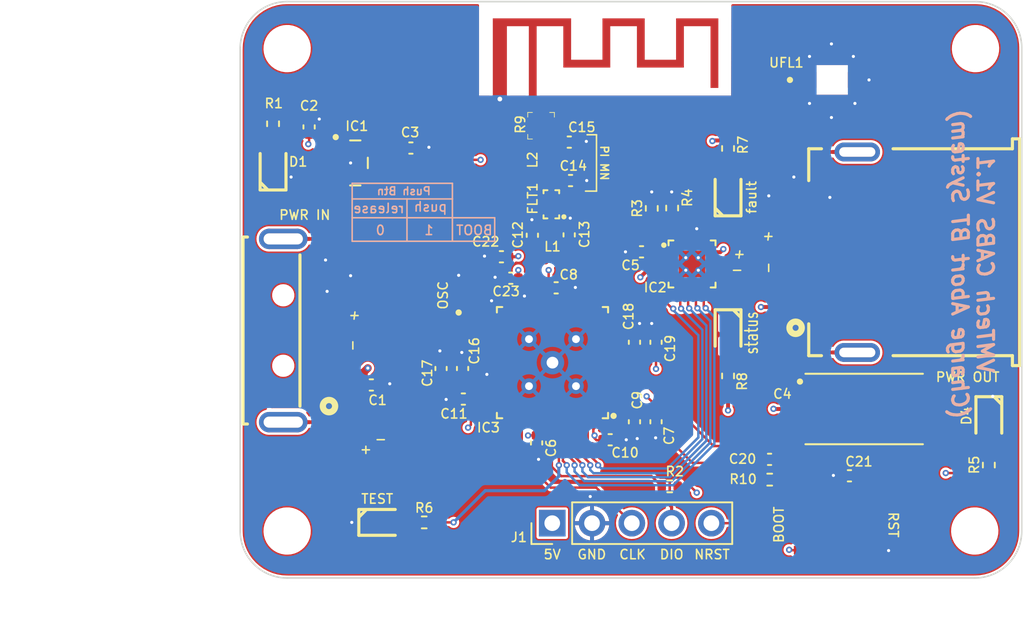
<source format=kicad_pcb>
(kicad_pcb (version 20211014) (generator pcbnew)
  (layers (0 "F.Cu" signal) (1 "In1.Cu" power "GND") (2 "In2.Cu" power "PWR") (31 "B.Cu" signal) (34 "B.Paste" user) (35 "F.Paste" user) (36 "B.SilkS" user "B.Silkscreen") (37 "F.SilkS" user "F.Silkscreen") (38 "B.Mask" user) (39 "F.Mask" user) (44 "Edge.Cuts" user))
  (net 0 "")
  (net 1 "GND")
  (net 2 "+5V")
  (net 3 "+3.3V")
  (net 4 "/PWR_CTR_OUT")
  (net 5 "/NRST")
  (net 6 "/{slash}FAULT")
  (net 7 "/{slash}STATUS")
  (net 8 "/RF")
  (net 9 "/OSC_OUT")
  (net 10 "/OSC_IN")
  (net 11 "/ILIM_SEL")
  (net 12 "/D-")
  (net 13 "/D+")
  (net 14 "/SWDIO")
  (net 15 "/SWCLK")
  (net 16 "/CTL3")
  (net 17 "/CTL2")
  (net 18 "/CTL1")
  (net 19 "/EN")
  (net 20 "/ILIM_HI")
  (net 21 "/ILIM_LO")
  (net 22 "/USB_IN_+")
  (net 23 "/USB_IN_-")
  (net 24 "Net-(D1-Pad2)")
  (net 25 "Net-(D3-Pad2)")
  (net 26 "Net-(D4-Pad2)")
  (net 27 "Net-(D5-Pad2)")
  (net 31 "/LED_TEST")
  (net 53 "/IN_UFL_CON")
  (net 54 "/ANT")
  (net 55 "/MATCH_NET_IN")
  (net 56 "/MATCH_NET_OUT")
  (net 57 "/BOOT0")
  (net 58 "Net-(D2-Pad2)")
  (net 59 "Net-(C13-Pad1)")
  (footprint "Capacitor_SMD:C_0402_1005Metric" (layer "F.Cu") (at 85.625 65.975 180)
    (fp_text reference "C5")
    (fp_text value "0.1u")
  )
  (footprint "Inductor_SMD:L_0402_1005Metric" (layer "F.Cu") (at 79.498 60.19 90)
    (fp_text reference "L2")
    (fp_text value "L" hide)
  )
  (footprint "Capacitor_SMD:C_0402_1005Metric" (layer "F.Cu") (at 77.28 67.66)
    (fp_text reference "C23")
    (fp_text value "100p")
  )
  (footprint "Resistor_SMD:R_0402_1005Metric" (layer "F.Cu") (at 87.58 63.18 -90)
    (fp_text reference "R4")
    (fp_text value "80.6k")
  )
  (footprint "MountingHole:MountingHole_2.7mm_M2.5_ISO14580" (layer "F.Cu") (at 107 82)
    (fp_text reference "H3" hide)
    (fp_text value "MountingHole" hide)
  )
  (footprint "FootprintInternet:KXT311LHS" (layer "F.Cu") (at 100.1 83.4 90)
    (fp_text reference "SW2" hide)
    (fp_text value "RST")
  )
  (footprint "RF_Antenna:Texas_SWRA117D_2.4GHz_Right" (layer "F.Cu") (at 78.68 56.22)
    (fp_text reference "AE1" hide)
    (fp_text value "Antenna_Shield" hide)
  )
  (footprint "Capacitor_SMD:C_0402_1005Metric" (layer "F.Cu") (at 70.9 59.35)
    (fp_text reference "C3")
    (fp_text value "1u")
  )
  (footprint "Capacitor_SMD:C_0402_1005Metric" (layer "F.Cu") (at 64.4 58 90)
    (fp_text reference "C2")
    (fp_text value "1u")
  )
  (footprint "Capacitor_SMD:C_0402_1005Metric" (layer "F.Cu") (at 74.2 73.425 -90)
    (fp_text reference "C16")
    (fp_text value "4.7u")
  )
  (footprint "Resistor_SMD:R_0402_1005Metric" (layer "F.Cu") (at 107.8 79.59 -90)
    (fp_text reference "R5")
    (fp_text value "270")
  )
  (footprint "FootprintInternet:LEDC1608X80N" (layer "F.Cu") (at 91.15 71.25 -90)
    (fp_text reference "D3" hide)
    (fp_text value "status")
  )
  (footprint "Capacitor_SMD:C_0402_1005Metric" (layer "F.Cu") (at 85.175 76.825 90)
    (fp_text reference "C9")
    (fp_text value "0.1u")
  )
  (footprint "FootprintInternet:SOT95P280X145-5N" (layer "F.Cu") (at 67.35 60.3)
    (fp_text reference "IC1")
    (fp_text value "TLV74333PDBVR" hide)
  )
  (footprint "FootprintInternet:QFN50P300X300X80-17N" (layer "F.Cu") (at 88.85 66.75)
    (fp_text reference "IC2")
    (fp_text value "TPS2547RTER" hide)
  )
  (footprint "FootprintInternet:QFN50P700X700X60-49N" (layer "F.Cu") (at 79.94 73.05 180)
    (property "Value" "")
    (fp_text reference "IC3")
    (fp_text value "STM32WB55CCU7" hide)
  )
  (footprint "Capacitor_SMD:C_0402_1005Metric" (layer "F.Cu") (at 74.25 75.375)
    (fp_text reference "C11")
    (fp_text value "0.1u")
  )
  (footprint "FootprintInternet:XTAL_ECS-320-8-37-CKM-TR3" (layer "F.Cu") (at 74.65 68.65)
    (fp_text reference "Y1" hide)
    (fp_text value "OSC")
  )
  (footprint "Capacitor_SMD:C_0402_1005Metric" (layer "F.Cu") (at 81.093 61.425)
    (fp_text reference "C14")
    (fp_text value "1u" hide)
  )
  (footprint "Resistor_SMD:R_0402_1005Metric" (layer "F.Cu") (at 62.1 57.8 90)
    (fp_text reference "R1")
    (fp_text value "270" hide)
  )
  (footprint "FootprintInternet:CAPPM7343X310N" (layer "F.Cu") (at 99.84 76.01)
    (fp_text reference "C4")
    (fp_text value "150u")
  )
  (footprint "Resistor_SMD:R_0402_1005Metric" (layer "F.Cu") (at 71.75 83.25)
    (fp_text reference "R6")
    (fp_text value "270" hide)
  )
  (footprint "Resistor_SMD:R_0402_1005Metric" (layer "F.Cu") (at 91.15 59.375 -90)
    (fp_text reference "R7")
    (fp_text value "2k")
  )
  (footprint "FootprintInternet:GCT_USB1046-XX-XXXX-X-B-X_REVB" (layer "F.Cu") (at 99.4 66 90)
    (fp_text reference "USB-F1" hide)
    (fp_text value "USB1046-GF-0190-L-B-A" hide)
    (fp_line (start 6.1 -0.85) (end 6.1 0.85) (layer "Edge.Cuts") (width 0.01))
    (fp_line (start 6.7 -0.85) (end 6.7 0.85) (layer "Edge.Cuts") (width 0.01))
    (fp_line (start -6.7 0.85) (end -6.7 -0.85) (layer "Edge.Cuts") (width 0.01))
    (fp_line (start -6.1 -0.85) (end -6.1 0.85) (layer "Edge.Cuts") (width 0.01))
    (fp_arc (start 6.4 -1.15) (mid 6.612132 -1.062132) (end 6.7 -0.85) (layer "Edge.Cuts") (width 0.01))
    (fp_arc (start -6.4 -1.15) (mid -6.187868 -1.062132) (end -6.1 -0.85) (layer "Edge.Cuts") (width 0.01))
    (fp_arc (start -6.7 -0.85) (mid -6.612132 -1.062132) (end -6.4 -1.15) (layer "Edge.Cuts") (width 0.01))
    (fp_arc (start 6.7 0.85) (mid 6.612132 1.062132) (end 6.4 1.15) (layer "Edge.Cuts") (width 0.01))
    (fp_arc (start -6.4 1.15) (mid -6.612132 1.062132) (end -6.7 0.85) (layer "Edge.Cuts") (width 0.01))
    (fp_arc (start -6.1 0.85) (mid -6.187868 1.062132) (end -6.4 1.15) (layer "Edge.Cuts") (width 0.01))
    (fp_arc (start 6.1 -0.85) (mid 6.187868 -1.062132) (end 6.4 -1.15) (layer "Edge.Cuts") (width 0.01))
    (fp_arc (start 6.4 1.15) (mid 6.187868 1.062132) (end 6.1 0.85) (layer "Edge.Cuts") (width 0.01))
  )
  (footprint "Capacitor_SMD:C_0402_1005Metric" (layer "F.Cu") (at 85.175 71.75 -90)
    (fp_text reference "C18")
    (fp_text value "1u")
  )
  (footprint "Inductor_SMD:L_0402_1005Metric" (layer "F.Cu") (at 79.87 66.453)
    (fp_text reference "L1")
    (fp_text value "2.7n")
  )
  (footprint "Capacitor_SMD:C_0402_1005Metric" (layer "F.Cu") (at 80.175 68.275 180)
    (fp_text reference "C8")
    (fp_text value "0.1u")
  )
  (footprint "Capacitor_SMD:C_0402_1005Metric" (layer "F.Cu") (at 76.68 66.29)
    (fp_text reference "C22")
    (fp_text value "0.1u")
  )
  (footprint "Resistor_SMD:R_0402_1005Metric" (layer "F.Cu") (at 93.81 80.52 180)
    (fp_text reference "R10")
    (fp_text value "10K")
  )
  (footprint "FootprintInternet:SELECTOR" (layer "F.Cu") (at 78.75 57.925 90)
    (fp_text reference "R9")
    (fp_text value "3_PIN_RES")
  )
  (footprint "Capacitor_SMD:C_0402_1005Metric" (layer "F.Cu") (at 81.013 58.97)
    (fp_text reference "C15")
    (fp_text value "1u")
  )
  (footprint "MountingHole:MountingHole_2.7mm_M2.5_ISO14580" (layer "F.Cu") (at 63 83.8)
    (fp_text reference "H4" hide)
    (fp_text value "MountingHole" hide)
  )
  (footprint "Capacitor_SMD:C_0402_1005Metric" (layer "F.Cu") (at 83.625 77.975 180)
    (fp_text reference "C10")
    (fp_text value "0.1u")
  )
  (footprint "Capacitor_SMD:C_0402_1005Metric" (layer "F.Cu") (at 98.9 80.275 180)
    (fp_text reference "C21")
    (fp_text value "0.1u" hide)
  )
  (footprint "FootprintInternet:LINX_CONMHF1-SMD-G-T" (layer "F.Cu") (at 97.8 55 90)
    (fp_text reference "UFL1")
    (fp_text value "UFL_CONNECTOR" hide)
  )
  (footprint "Resistor_SMD:R_0402_1005Metric" (layer "F.Cu") (at 87.425 80.95)
    (fp_text reference "R2")
    (fp_text value "100K" hide)
  )
  (footprint "Resistor_SMD:R_0402_1005Metric" (layer "F.Cu") (at 86.28 63.2 -90)
    (fp_text reference "R3")
    (fp_text value "16.9k")
  )
  (footprint "FootprintInternet:GCT_USB1061-XX-X-X_REVA" (layer "F.Cu") (at 62.75 71 -90)
    (fp_text reference "USB-M1" hide)
    (fp_text value "USB_A" hide)
    (fp_line (start -5.5 -0.9) (end -5.5 0.9) (layer "Edge.Cuts") (width 0.01))
    (fp_line (start -6.2 0.9) (end -6.2 -0.9) (layer "Edge.Cuts") (width 0.01))
    (fp_line (start 6.2 -0.9) (end 6.2 0.9) (layer "Edge.Cuts") (width 0.01))
    (fp_line (start 5.5 0.9) (end 5.5 -0.9) (layer "Edge.Cuts") (width 0.01))
    (fp_arc (start -5.85 1.25) (mid -6.097487 1.147487) (end -6.2 0.9) (layer "Edge.Cuts") (width 0.01))
    (fp_arc (start 6.2 0.9) (mid 6.097487 1.147487) (end 5.85 1.25) (layer "Edge.Cuts") (width 0.01))
    (fp_arc (start 5.85 1.25) (mid 5.602513 1.147487) (end 5.5 0.9) (layer "Edge.Cuts") (width 0.01))
    (fp_arc (start -5.85 -1.25) (mid -5.602513 -1.147487) (end -5.5 -0.9) (layer "Edge.Cuts") (width 0.01))
    (fp_arc (start 5.85 -1.25) (mid 6.097487 -1.147487) (end 6.2 -0.9) (layer "Edge.Cuts") (width 0.01))
    (fp_arc (start 5.5 -0.9) (mid 5.602513 -1.147487) (end 5.85 -1.25) (layer "Edge.Cuts") (width 0.01))
    (fp_arc (start -5.5 0.9) (mid -5.602513 1.147487) (end -5.85 1.25) (layer "Edge.Cuts") (width 0.01))
    (fp_arc (start -6.2 -0.9) (mid -6.097487 -1.147487) (end -5.85 -1.25) (layer "Edge.Cuts") (width 0.01))
  )
  (footprint "Capacitor_SMD:C_0402_1005Metric" (layer "F.Cu") (at 78.925 78.175 -90)
    (fp_text reference "C6")
    (fp_text value "0.1u")
  )
  (footprint "FootprintInternet:LEDC1608X80N" (layer "F.Cu") (at 69.15 83.25)
    (fp_text reference "D5" hide)
    (fp_text value "TEST")
  )
  (footprint "FootprintInternet:DEA160915LT-1169" (layer "F.Cu") (at 79.8685 62.94 90)
    (fp_text reference "FLT1")
    (fp_text value "DLF162500LT-5028A1")
  )
  (footprint "Connector_PinHeader_2.54mm:PinHeader_1x05_P2.54mm_Vertical" (layer "F.Cu") (at 79.925 83.3 90)
    (fp_text reference "J1")
    (fp_text value "Conn_01x05_Male")
  )
  (footprint "Capacitor_SMD:C_0402_1005Metric" (layer "F.Cu") (at 93.8 79.225)
    (fp_text reference "C20")
    (fp_text value "0.1u" hide)
  )
  (footprint "FootprintInternet:LEDC1608X80N" (layer "F.Cu") (at 91.15 62.1 90)
    (fp_text reference "D2" hide)
    (fp_text value "fault")
  )
  (footprint "Capacitor_SMD:C_0402_1005Metric" (layer "F.Cu") (at 81.005 64.893 90)
    (fp_text reference "C13")
    (fp_text value "0.3p" hide)
  )
  (footprint "Capacitor_SMD:C_0402_1005Metric" (layer "F.Cu") (at 72.825 73.425 -90)
    (fp_text reference "C17")
    (fp_text value "0.1u")
  )
  (footprint "Capacitor_SMD:C_0402_1005Metric" (layer "F.Cu") (at 78.655 64.9168 90)
    (fp_text reference "C12")
    (fp_text value "0.8p")
  )
  (footprint "Capacitor_SMD:C_0402_1005Metric" (layer "F.Cu") (at 86.55 76.825 90)
    (fp_text reference "C7")
    (fp_text value "4.7u")
  )
  (footprint "MountingHole:MountingHole_2.7mm_M2.5_ISO14580" (layer "F.Cu") (at 107 61)
    (fp_text reference "H2" hide)
    (fp_text value "MountingHole" hide)
  )
  (footprint "Capacitor_SMD:C_0402_1005Metric" (layer "F.Cu") (at 86.55 71.75 -90)
    (fp_text reference "C19")
    (fp_text value "10n")
  )
  (footprint "MountingHole:MountingHole_2.7mm_M2.5_ISO14580" (layer "F.Cu") (at 69 52.6)
    (fp_text reference "H1" hide)
    (fp_text value "MountingHole" hide)
  )
  (footprint "Capacitor_SMD:C_0402_1005Metric" (layer "F.Cu") (at 68.375 74.475)
    (fp_text reference "C1")
    (fp_text value "10u")
  )
  (footprint "Resistor_SMD:R_0402_1005Metric" (layer "F.Cu") (at 91.15 73.9 90)
    (fp_text reference "R8")
    (fp_text value "2k")
  )
  (footprint "FootprintInternet:LEDC1608X80N" (layer "F.Cu") (at 62.1 60.45 90)
    (fp_text reference "D1")
    (fp_text value "LED" hide)
  )
  (footprint "FootprintInternet:KXT311LHS" (layer "F.Cu") (at 96.1 83.4 90)
    (fp_text reference "SW1" hide)
    (fp_text value "BOOT")
  )
  (footprint "FootprintInternet:LEDC1608X80N" (layer "F.Cu") (at 107.8 76.8 -90)
    (fp_text reference "D4")
    (fp_text value "LED" hide)
  )
  (gr_line (start 73.55 61.6) (end 67.15 61.6) (layer "B.SilkS") (width 0.1))
  (gr_line (start 67.15 62.6) (end 67.15 63.8) (layer "B.SilkS") (width 0.1))
  (gr_line (start 67.15 63.8) (end 73.55 63.8) (layer "B.SilkS") (width 0.1))
  (gr_line (start 76.25 65.3) (end 67.15 65.3) (layer "B.SilkS") (width 0.1))
  (gr_line (start 76.25 63.8) (end 76.25 65.3) (layer "B.SilkS") (width 0.1))
  (gr_line (start 67.15 62.6) (end 73.55 62.6) (layer "B.SilkS") (width 0.1))
  (gr_line (start 73.55 63.8) (end 76.25 63.8) (layer "B.SilkS") (width 0.1))
  (gr_line (start 73.55 62.6) (end 73.55 61.6) (layer "B.SilkS") (width 0.1))
  (gr_line (start 73.55 63.8) (end 73.55 65.3) (layer "B.SilkS") (width 0.1))
  (gr_line (start 67.15 61.6) (end 67.15 62.6) (layer "B.SilkS") (width 0.1))
  (gr_line (start 70.65 62.6) (end 70.65 63.8) (layer "B.SilkS") (width 0.1))
  (gr_line (start 73.55 63.8) (end 73.55 62.6) (layer "B.SilkS") (width 0.1))
  (gr_line (start 67.15 65.3) (end 67.15 63.8) (layer "B.SilkS") (width 0.1))
  (gr_line (start 70.65 63.8) (end 70.65 65.3) (layer "B.SilkS") (width 0.1))
  (gr_line (start 82.75 58.5) (end 82.75 62.1) (layer "F.SilkS") (width 0.1))
  (gr_line (start 82.75 62.1) (end 82.05 62.1) (layer "F.SilkS") (width 0.1))
  (gr_line (start 82.15 58.5) (end 82.75 58.5) (layer "F.SilkS") (width 0.1))
  (gr_line (start 109.9 53) (end 109.9 83.8) (layer "Edge.Cuts") (width 0.1))
  (gr_arc (start 109.9 83.8) (mid 109.02132 85.92132) (end 106.9 86.8) (layer "Edge.Cuts") (width 0.1))
  (gr_line (start 63 50) (end 107 50) (layer "Edge.Cuts") (width 0.1))
  (gr_arc (start 63 86.8) (mid 60.87868 85.92132) (end 60 83.8) (layer "Edge.Cuts") (width 0.1))
  (gr_arc (start 107 50) (mid 109.07132 50.89939) (end 109.9 53) (layer "Edge.Cuts") (width 0.1))
  (gr_line (start 106.9 86.8) (end 63 86.8) (layer "Edge.Cuts") (width 0.1))
  (gr_arc (start 60 53) (mid 60.87868 50.87868) (end 63 50) (layer "Edge.Cuts") (width 0.1))
  (gr_line (start 60 83.8) (end 60 53) (layer "Edge.Cuts") (width 0.1))
  (gr_text "BOOT" (at 74.95 64.6) (layer "B.SilkS") (effects (font (size 0.6 0.6) (thickness 0.1)) (justify mirror)))
  (gr_text "Push Btn" (at 70.45 62.1) (layer "B.SilkS") (effects (font (size 0.5 0.5) (thickness 0.1)) (justify mirror)))
  (gr_text "push" (at 72.15 63.1) (layer "B.SilkS") (effects (font (size 0.6 0.6) (thickness 0.1)) (justify mirror)))
  (gr_text "release" (at 68.85 63.2) (layer "B.SilkS") (effects (font (size 0.6 0.6) (thickness 0.1)) (justify mirror)))
  (gr_text "VMTech CABS V1.1\n(Charge Abort BT System)" (at 106.75 66.8 -90) (layer "B.SilkS") (effects (font (size 1 1) (thickness 0.2) italic) (justify mirror)))
  (gr_text "0" (at 68.95 64.6) (layer "B.SilkS") (effects (font (size 0.6 0.6) (thickness 0.1)) (justify mirror)))
  (gr_text "1" (at 72.05 64.6) (layer "B.SilkS") (effects (font (size 0.6 0.6) (thickness 0.1)) (justify mirror)))
  (gr_text "5V" (at 79.925 85.3) (layer "F.SilkS") (effects (font (size 0.6 0.6) (thickness 0.1))))
  (gr_text "+" (at 67.275 70) (layer "F.SilkS") (effects (font (size 0.6 0.6) (thickness 0.1) italic)))
  (gr_text "PWR IN" (at 64.125 63.625) (layer "F.SilkS") (effects (font (size 0.6 0.6) (thickness 0.1))))
  (gr_text "+" (at 68.025 78.575) (layer "F.SilkS") (effects (font (size 0.6 0.6) (thickness 0.1))))
  (gr_text "-" (at 67.15 71.975 90) (layer "F.SilkS") (effects (font (size 0.6 0.6) (thickness 0.1) italic)))
  (gr_text "+" (at 93.7 64.95) (layer "F.SilkS") (effects (font (size 0.6 0.6) (thickness 0.1) italic)))
  (gr_text "-" (at 91.75 67.2 180) (layer "F.SilkS") (effects (font (size 0.6 0.6) (thickness 0.1) italic)))
  (gr_text "CLK" (at 85.05 85.3) (layer "F.SilkS") (effects (font (size 0.6 0.6) (thickness 0.1))))
  (gr_text "GND" (at 82.45 85.3) (layer "F.SilkS") (effects (font (size 0.6 0.6) (thickness 0.1))))
  (gr_text "-" (at 68.975 77.925) (layer "F.SilkS") (effects (font (size 0.6 0.6) (thickness 0.1))))
  (gr_text "DIO" (at 87.55 85.3) (layer "F.SilkS") (effects (font (size 0.6 0.6) (thickness 0.1))))
  (gr_text "NRST" (at 90.125 85.3) (layer "F.SilkS") (effects (font (size 0.6 0.6) (thickness 0.1))))
  (gr_text "PWR OUT" (at 106.45 73.975) (layer "F.SilkS") (effects (font (size 0.6 0.6) (thickness 0.1))))
  (gr_text "+" (at 91.85 66.1) (layer "F.SilkS") (effects (font (size 0.6 0.6) (thickness 0.1) italic)))
  (gr_text "PI MN" (at 83.25 60.3 270) (layer "F.SilkS") (effects (font (size 0.5 0.5) (thickness 0.1))))
  (gr_text "-" (at 93.7 67.025 90) (layer "F.SilkS") (effects (font (size 0.6 0.6) (thickness 0.1) italic)))
  (segment (start 78.19 68.84) (end 78.19 69.62) (width 0.1554) (layer "F.Cu") (net 1))
  (segment (start 87.58 62.67) (end 87.58 62.18) (width 0.1554) (layer "F.Cu") (net 1))
  (segment (start 97.8 56.475) (end 97.8 57.35) (width 0.1554) (layer "F.Cu") (net 1))
  (segment (start 86.55 70.825) (end 86.275 70.55) (width 0.2) (layer "F.Cu") (net 1))
  (segment (start 86.28 62.155) (end 86.275 62.15) (width 0.1554) (layer "F.Cu") (net 1))
  (segment (start 65.5 68.45) (end 65.55 68.5) (width 0.1554) (layer "F.Cu") (net 1))
  (segment (start 85.175 77.725) (end 85.35 77.9) (width 0.1554) (layer "F.Cu") (net 1))
  (segment (start 82.465 81.715) (end 82.465 83.3) (width 0.1554) (layer "F.Cu") (net 1))
  (segment (start 73.975 68.125) (end 73.975 67.5) (width 0.2) (layer "F.Cu") (net 1))
  (segment (start 81.493 58.97) (end 82.055 58.97) (width 0.2) (layer "F.Cu") (net 1))
  (segment (start 72.825 72.945) (end 72.825 72.375) (width 0.1554) (layer "F.Cu") (net 1))
  (segment (start 81.375 68.275) (end 81.4 68.25) (width 0.2) (layer "F.Cu") (net 1))
  (segment (start 62.1 61.2) (end 63.25 61.2) (width 0.1554) (layer "F.Cu") (net 1))
  (segment (start 85.175 77.305) (end 85.175 77.725) (width 0.1554) (layer "F.Cu") (net 1))
  (segment (start 97.8 52.75) (end 97.75 52.7) (width 0.1554) (layer "F.Cu") (net 1))
  (segment (start 97.8 53.525) (end 97.8 52.75) (width 0.1554) (layer "F.Cu") (net 1))
  (segment (start 97.8 56.475) (end 96.375 56.475) (width 0.1554) (layer "F.Cu") (net 1))
  (segment (start 99.225 56.475) (end 99.25 56.5) (width 0.1554) (layer "F.Cu") (net 1))
  (segment (start 97.8 57.35) (end 97.75 57.4) (width 0.1554) (layer "F.Cu") (net 1))
  (segment (start 97.8 56.475) (end 99.225 56.475) (width 0.1554) (layer "F.Cu") (net 1))
  (segment (start 99.125 53.525) (end 99.15 53.5) (width 0.1554) (layer "F.Cu") (net 1))
  (segment (start 89.1 65.35) (end 89.1 64.55) (width 0.1554) (layer "F.Cu") (net 1))
  (segment (start 65.5 66.55) (end 65.45 66.5) (width 0.1554) (layer "F.Cu") (net 1))
  (segment (start 76.2 66.29) (end 75.64 66.29) (width 0.2) (layer "F.Cu") (net 1))
  (segment (start 81 63.9) (end 81.005 63.905) (width 0.2) (layer "F.Cu") (net 1))
  (segment (start 98.42 80.275) (end 97.9 80.275) (width 0.1554) (layer "F.Cu") (net 1))
  (segment (start 95.7 62.5) (end 97.65 62.5) (width 0.1554) (layer "F.Cu") (net 1))
  (segment (start 68.855 74.475) (end 69.475 74.475) (width 0.1554) (layer "F.Cu") (net 1))
  (segment (start 66.095 60.3) (end 67.05 60.3) (width 0.1554) (layer "F.Cu") (net 1))
  (segment (start 78.655 63.955) (end 78.655 64.4368) (width 0.2) (layer "F.Cu") (net 1))
  (segment (start 78.925 78.655) (end 78.925 79.1) (width 0.1554) (layer "F.Cu") (net 1))
  (segment (start 107.8 75.45) (end 107.8 76.05) (width 0.1554) (layer "F.Cu") (net 1))
  (segment (start 86.55 77.305) (end 86.55 77.825) (width 0.1554) (layer "F.Cu") (net 1))
  (segment (start 72.825 72.375) (end 72.75 72.3) (width 0.1554) (layer "F.Cu") (net 1))
  (segment (start 78.925 79.1) (end 79.05 79.225) (width 0.1554) (layer "F.Cu") (net 1))
  (segment (start 99.325 55) (end 100.15 55) (width 0.1554) (layer "F.Cu") (net 1))
  (segment (start 72 59.35) (end 72.05 59.3) (width 0.1554) (layer "F.Cu") (net 1))
  (segment (start 97.8 53.525) (end 99.125 53.525) (width 0.1554) (layer "F.Cu") (net 1))
  (segment (start 65.5 67.5) (end 65.5 66.55) (width 0.1554) (layer "F.Cu") (net 1))
  (segment (start 89.1 64.55) (end 89.15 64.5) (width 0.1554) (layer "F.Cu") (net 1))
  (segment (start 93.85 62.5) (end 93.75 62.4) (width 0.1554) (layer "F.Cu") (net 1))
  (segment (start 68.4 83.25) (end 67.125 83.25) (width 0.1554) (layer "F.Cu") (net 1))
  (segment (start 74.2 72.945) (end 74.2 72.45) (width 0.1554) (layer "F.Cu") (net 1))
  (segment (start 81.005 63.905) (end 81.005 64.413) (width 0.2) (layer "F.Cu") (net 1))
  (segment (start 87.58 62.18) (end 87.55 62.15) (width 0.1554) (layer "F.Cu") (net 1))
  (segment (start 95.7 62.5) (end 95.7 61.55) (width 0.1554) (layer "F.Cu") (net 1))
  (segment (start 108.05 75.2) (end 107.8 75.45) (width 0.1554) (layer "F.Cu") (net 1))
  (segment (start 74.2 72.45) (end 74.15 72.4) (width 0.1554) (layer "F.Cu") (net 1))
  (segment (start 71.38 59.35) (end 72 59.35) (width 0.1554) (layer "F.Cu") (net 1))
  (segment (start 85.145 65.975) (end 84.6 65.975) (width 0.2) (layer "F.Cu") (net 1))
  (segment (start 69.475 74.475) (end 69.55 74.4) (width 0.1554) (layer "F.Cu") (net 1))
  (segment (start 76.335 67.66) (end 76.275 67.6) (width 0.2) (layer "F.Cu") (net 1))
  (segment (start 65.5 67.5) (end 65.5 68.45) (width 0.1554) (layer "F.Cu") (net 1))
  (segment (start 75.64 66.29) (end 75.6 66.25) (width 0.2) (layer "F.Cu") (net 1))
  (segment (start 96.375 53.525) (end 96.35 53.5) (width 0.1554) (layer "F.Cu") (net 1))
  (segment (start 96.375 56.475) (end 96.35 56.5) (width 0.1554) (layer "F.Cu") (net 1))
  (segment (start 73.975 67.5) (end 73.95 67.475) (width 0.2) (layer "F.Cu") (net 1))
  (segment (start 65.03 57.52) (end 65.05 57.5) (width 0.1554) (layer "F.Cu") (net 1))
  (segment (start 78.625 63.925) (end 78.655 63.955) (width 0.2) (layer "F.Cu") (net 1))
  (segment (start 65.5 67.5) (end 67.05 67.5) (width 0.1554) (layer "F.Cu") (net 1))
  (segment (start 75.975 69.175) (end 76.05 69.1) (width 0.2) (layer "F.Cu") (net 1))
  (segment (start 82.125 61.425) (end 81.573 61.425) (width 0.2) (layer "F.Cu") (net 1))
  (segment (start 76.51 73.8) (end 75.75 73.8) (width 0.1554) (layer "F.Cu") (net 1))
  (segment (start 80.655 68.275) (end 81.375 68.275) (width 0.1554) (layer "F.Cu") (net 1))
  (segment (start 78.15 68.8) (end 78.19 68.84) (width 0.1554) (layer "F.Cu") (net 1))
  (segment (start 86.28 62.69) (end 86.28 62.155) (width 0.1554) (layer "F.Cu") (net 1))
  (segment (start 95.7 62.5) (end 93.85 62.5) (width 0.1554) (layer "F.Cu") (net 1))
  (segment (start 101.375 85.025) (end 101.4 85.05) (width 0.1554) (layer "F.Cu") (net 1))
  (segment (start 97.8 53.525) (end 96.375 53.525) (width 0.1554) (layer "F.Cu") (net 1))
  (segment (start 86.55 71.27) (end 86.55 70.825) (width 0.2) (layer "F.Cu") (net 1))
  (segment (start 86.55 77.825) (end 86.525 77.85) (width 0.1554) (layer "F.Cu") (net 1))
  (segment (start 73.175 75.375) (end 73.15 75.4) (width 0.1554) (layer "F.Cu") (net 1))
  (segment (start 85.175 71.27) (end 85.175 70.875) (width 0.2) (layer "F.Cu") (net 1))
  (segment (start 82.055 58.97) (end 82.1 58.925) (width 0.2) (layer "F.Cu") (net 1))
  (segment (start 95.7 61.55) (end 95.35 61.2) (width 0.1554) (layer "F.Cu") (net 1))
  (segment (start 73.77 75.375) (end 73.175 75.375) (width 0.1554) (layer "F.Cu") (net 1))
  (segment (start 81.075 63.825) (end 81 63.9) (width 0.2) (layer "F.Cu") (net 1))
  (segment (start 75.325 69.175) (end 75.975 69.175) (width 0.2) (layer "F.Cu") (net 1))
  (segment (start 97.9 80.275) (end 97.875 80.25) (width 0.1554) (layer "F.Cu") (net 1))
  (segment (start 85.175 70.875) (end 85.5 70.55) (width 0.2) (layer "F.Cu") (net 1))
  (segment (start 82.35 81.6) (end 82.465 81.715) (width 0.1554) (layer "F.Cu") (net 1))
  (segment (start 100.1 85.025) (end 101.375 85.025) (width 0.1554) (layer "F.Cu") (net 1))
  (segment (start 64.4 57.52) (end 65.03 57.52) (width 0.1554) (layer "F.Cu") (net 1))
  (segment (start 84.105 77.975) (end 84.65 77.975) (width 0.1554) (layer "F.Cu") (net 1))
  (segment (start 76.8 67.66) (end 76.335 67.66) (width 0.2) (layer "F.Cu") (net 1))
  (via (at 99.25 56.5) (size 0.4) (drill 0.2) (layers "F.Cu" "B.Cu") (net 1))
  (via (at 75.75 73.8) (size 0.4) (drill 0.2) (layers "F.Cu" "B.Cu") (net 1))
  (via (at 95.35 61.2) (size 0.4) (drill 0.2) (layers "F.Cu" "B.Cu") (net 1))
  (via (at 89.15 64.5) (size 0.4) (drill 0.2) (layers "F.Cu" "B.Cu") (net 1))
  (via (at 86.275 70.55) (size 0.4) (drill 0.2) (layers "F.Cu" "B.Cu") (net 1))
  (via (at 108.05 75.2) (size 0.4) (drill 0.2) (layers "F.Cu" "B.Cu") (net 1))
  (via (at 63.25 61.2) (size 0.4) (drill 0.2) (layers "F.Cu" "B.Cu") (net 1))
  (via (at 65.05 57.5) (size 0.4) (drill 0.2) (layers "F.Cu" "B.Cu") (net 1))
  (via (at 69.55 74.4) (size 0.4) (drill 0.2) (layers "F.Cu" "B.Cu") (net 1))
  (via (at 97.65 62.5) (size 0.4) (drill 0.2) (layers "F.Cu" "B.Cu") (net 1))
  (via (at 81.4 68.25) (size 0.4) (drill 0.2) (layers "F.Cu" "B.Cu") (net 1))
  (via (at 82.35 81.6) (size 0.4) (drill 0.2) (layers "F.Cu" "B.Cu") (net 1))
  (via (at 74.15 72.4) (size 0.4) (drill 0.2) (layers "F.Cu" "B.Cu") (net 1))
  (via (at 78.15 68.8) (size 0.4) (drill 0.2) (layers "F.Cu" "B.Cu") (net 1))
  (via (at 67.125 83.25) (size 0.4) (drill 0.2) (layers "F.Cu" "B.Cu") (net 1))
  (via (at 76.05 69.1) (size 0.4) (drill 0.2) (layers "F.Cu" "B.Cu") (net 1))
  (via (at 97.75 52.7) (size 0.4) (drill 0.2) (layers "F.Cu" "B.Cu") (net 1))
  (via (at 72.05 59.3) (size 0.4) (drill 0.2) (layers "F.Cu" "B.Cu") (net 1))
  (via (at 79.05 79.225) (size 0.4) (drill 0.2) (layers "F.Cu" "B.Cu") (net 1))
  (via (at 97.875 80.25) (size 0.4) (drill 0.2) (layers "F.Cu" "B.Cu") (net 1))
  (via (at 100.15 55) (size 0.4) (drill 0.2) (layers "F.Cu" "B.Cu") (net 1))
  (via (at 86.275 62.15) (size 0.4) (drill 0.2) (layers "F.Cu" "B.Cu") (net 1))
  (via (at 78.625 63.925) (size 0.4) (drill 0.2) (layers "F.Cu" "B.Cu") (net 1))
  (via (at 82.1 58.925) (size 0.4) (drill 0.2) (layers "F.Cu" "B.Cu") (net 1))
  (via (at 65.45 66.5) (size 0.4) (drill 0.2) (layers "F.Cu" "B.Cu") (net 1))
  (via (at 86.525 77.85) (size 0.4) (drill 0.2) (layers "F.Cu" "B.Cu") (net 1))
  (via (at 73.15 75.4) (size 0.4) (drill 0.2) (layers "F.Cu" "B.Cu") (net 1))
  (via (at 96.35 56.5) (size 0.4) (drill 0.2) (layers "F.Cu" "B.Cu") (net 1))
  (via (at 82.125 61.425) (size 0.4) (drill 0.2) (layers "F.Cu" "B.Cu") (net 1))
  (via (at 85.5 70.55) (size 0.4) (drill 0.2) (layers "F.Cu" "B.Cu") (net 1))
  (via (at 96.35 53.5) (size 0.4) (drill 0.2) (layers "F.Cu" "B.Cu") (net 1))
  (via (at 85.35 77.9) (size 0.4) (drill 0.2) (layers "F.Cu" "B.Cu") (net 1))
  (via (at 97.75 57.4) (size 0.4) (drill 0.2) (layers "F.Cu" "B.Cu") (net 1))
  (via (at 65.55 68.5) (size 0.4) (drill 0.2) (layers "F.Cu" "B.Cu") (net 1))
  (via (at 93.75 62.4) (size 0.4) (drill 0.2) (layers "F.Cu" "B.Cu") (net 1))
  (via (at 67.05 60.3) (size 0.4) (drill 0.2) (layers "F.Cu" "B.Cu") (net 1))
  (via (at 99.15 53.5) (size 0.4) (drill 0.2) (layers "F.Cu" "B.Cu") (net 1))
  (via (at 101.4 85.05) (size 0.4) (drill 0.2) (layers "F.Cu" "B.Cu") (net 1))
  (via (at 84.65 77.975) (size 0.4) (drill 0.2) (layers "F.Cu" "B.Cu") (net 1))
  (via (at 76.275 67.6) (size 0.4) (drill 0.2) (layers "F.Cu" "B.Cu") (net 1))
  (via (at 84.6 65.975) (size 0.4) (drill 0.2) (layers "F.Cu" "B.Cu") (net 1))
  (via (at 75.6 66.25) (size 0.4) (drill 0.2) (layers "F.Cu" "B.Cu") (net 1))
  (via (at 87.55 62.15) (size 0.4) (drill 0.2) (layers "F.Cu" "B.Cu") (net 1))
  (via (at 67.05 67.5) (size 0.4) (drill 0.2) (layers "F.Cu" "B.Cu") (net 1))
  (via (at 73.95 67.475) (size 0.4) (drill 0.2) (layers "F.Cu" "B.Cu") (net 1))
  (via (at 72.75 72.3) (size 0.4) (drill 0.2) (layers "F.Cu" "B.Cu") (net 1))
  (via (at 81.075 63.825) (size 0.4) (drill 0.2) (layers "F.Cu" "B.Cu") (net 1))
  (segment (start 64.95 59.6) (end 64.95 61) (width 0.1554) (layer "F.Cu") (net 2))
  (segment (start 65.2 61.25) (end 66.095 61.25) (width 0.1554) (layer "F.Cu") (net 2))
  (segment (start 62.1 56.85) (end 62.25 56.7) (width 0.1554) (layer "F.Cu") (net 2))
  (segment (start 65.525 74.475) (end 65.5 74.5) (width 0.25) (layer "F.Cu") (net 2))
  (segment (start 64.4 58.48) (end 64.83 58.48) (width 0.1554) (layer "F.Cu") (net 2))
  (segment (start 63.05 56.9) (end 63.05 57.9) (width 0.1554) (layer "F.Cu") (net 2))
  (segment (start 64.95 58.6) (end 64.95 59.6) (width 0.1554) (layer "F.Cu") (net 2))
  (segment (start 86.05 66.03) (end 86.105 65.975) (width 0.25) (layer "F.Cu") (net 2))
  (segment (start 67.895 73.655) (end 68.15 73.4) (width 0.5) (layer "F.Cu") (net 2))
  (segment (start 64.83 58.48) (end 64.95 58.6) (width 0.1554) (layer "F.Cu") (net 2))
  (segment (start 64.4 59.05) (end 64.35 59.1) (width 0.1554) (layer "F.Cu") (net 2))
  (segment (start 64.4 58.48) (end 64.4 59.05) (width 0.1554) (layer "F.Cu") (net 2))
  (segment (start 63.63 58.48) (end 64.4 58.48) (width 0.1554) (layer "F.Cu") (net 2))
  (segment (start 65.2 59.35) (end 64.95 59.6) (width 0.1554) (layer "F.Cu") (net 2))
  (segment (start 86.13 66) (end 86.105 65.975) (width 0.25) (layer "F.Cu") (net 2))
  (segment (start 64.95 61) (end 65.2 61.25) (width 0.1554) (layer "F.Cu") (net 2))
  (segment (start 66.095 59.35) (end 65.2 59.35) (width 0.1554) (layer "F.Cu") (net 2))
  (segment (start 63.05 57.9) (end 63.63 58.48) (width 0.1554) (layer "F.Cu") (net 2))
  (segment (start 87.45 66) (end 86.13 66) (width 0.25) (layer "F.Cu") (net 2))
  (segment (start 62.1 57.29) (end 62.1 56.85) (width 0.1554) (layer "F.Cu") (net 2))
  (segment (start 62.85 56.7) (end 63.05 56.9) (width 0.1554) (layer "F.Cu") (net 2))
  (segment (start 86.05 67.1) (end 86.05 66.03) (width 0.25) (layer "F.Cu") (net 2))
  (segment (start 85.55 67.6) (end 86.05 67.1) (width 0.25) (layer "F.Cu") (net 2))
  (segment (start 91.15 58.865) (end 90.185 58.865) (width 0.25) (layer "F.Cu") (net 2))
  (segment (start 67.895 74.475) (end 67.895 73.655) (width 0.5) (layer "F.Cu") (net 2))
  (segment (start 67.895 74.475) (end 65.525 74.475) (width 0.5) (layer "F.Cu") (net 2))
  (segment (start 90.185 58.865) (end 90.15 58.9) (width 0.25) (layer "F.Cu") (net 2))
  (segment (start 91.15 76.1) (end 91.15 74.41) (width 0.25) (layer "F.Cu") (net 2))
  (segment (start 62.25 56.7) (end 62.85 56.7) (width 0.1554) (layer "F.Cu") (net 2))
  (via (at 85.55 67.6) (size 0.4) (drill 0.2) (layers "F.Cu" "B.Cu") (net 2))
  (via (at 68.15 73.4) (size 0.4) (drill 0.2) (layers "F.Cu" "B.Cu") (net 2))
  (via (at 91.15 76.1) (size 0.4) (drill 0.2) (layers "F.Cu" "B.Cu") (net 2))
  (via (at 64.35 59.1) (size 0.4) (drill 0.2) (layers "F.Cu" "B.Cu") (net 2))
  (via (at 90.15 58.9) (size 0.4) (drill 0.2) (layers "F.Cu" "B.Cu") (net 2))
  (segment (start 85.105 72.3) (end 85.175 72.23) (width 0.1554) (layer "F.Cu") (net 3))
  (segment (start 83.37 72.3) (end 85.105 72.3) (width 0.1554) (layer "F.Cu") (net 3))
  (segment (start 77.685 66.29) (end 77.725 66.25) (width 0.2) (layer "F.Cu") (net 3))
  (segment (start 79.695 68.275) (end 79.6 68.275) (width 0.1554) (layer "F.Cu") (net 3))
  (segment (start 86.55 76.345) (end 86.55 75.8) (width 0.1554) (layer "F.Cu") (net 3))
  (segment (start 77.69 67.73) (end 77.76 67.66) (width 0.1554) (layer "F.Cu") (net 3))
  (segment (start 72.95 74.4) (end 74.05 74.4) (width 0.1554) (layer "F.Cu") (net 3))
  (segment (start 78.925 77.325) (end 78.925 77.695) (width 0.1554) (layer "F.Cu") (net 3))
  (segment (start 72.825 73.905) (end 72.825 74.275) (width 0.1554) (layer "F.Cu") (net 3))
  (segment (start 96.1 85.025) (end 95.075 85.025) (width 0.1554) (layer "F.Cu") (net 3))
  (segment (start 82.625 77.875) (end 82.75 78) (width 0.1554) (layer "F.Cu") (net 3))
  (segment (start 72.825 74.275) (end 72.95 74.4) (width 0.1554) (layer "F.Cu") (net 3))
  (segment (start 74.2 74.25) (end 74.2 73.905) (width 0.1554) (layer "F.Cu") (net 3))
  (segment (start 74.73 77.02) (end 74.73 75.375) (width 0.1554) (layer "F.Cu") (net 3))
  (segment (start 82.69 76.48) (end 82.69 77.16) (width 0.1554) (layer "F.Cu") (net 3))
  (segment (start 86.55 73.45) (end 86.55 72.23) (width 0.1554) (layer "F.Cu") (net 3))
  (segment (start 78.69 76.48) (end 78.69 77.09) (width 0.1554) (layer "F.Cu") (net 3))
  (segment (start 88.75 80.95) (end 87.935 80.95) (width 0.1554) (layer "F.Cu") (net 3))
  (segment (start 79.6 68.275) (end 79.175 68.7) (width 0.1554) (layer "F.Cu") (net 3))
  (segment (start 78.925 77.695) (end 78.3851 77.695) (width 0.1554) (layer "F.Cu") (net 3))
  (segment (start 83.37 75.8) (end 84.75 75.8) (width 0.1554) (layer "F.Cu") (net 3))
  (segment (start 74.805 75.3) (end 74.73 75.375) (width 0.1554) (layer "F.Cu") (net 3))
  (segment (start 95.075 85.025) (end 95.05 85) (width 0.1554) (layer "F.Cu") (net 3))
  (segment (start 76.51 75.3) (end 74.805 75.3) (width 0.1554) (layer "F.Cu") (net 3))
  (segment (start 77.69 69.62) (end 77.69 67.73) (width 0.1554) (layer "F.Cu") (net 3))
  (segment (start 77.16 66.29) (end 77.685 66.29) (width 0.2) (layer "F.Cu") (net 3))
  (segment (start 85.175 76.345) (end 86.55 76.345) (width 0.1554) (layer "F.Cu") (net 3))
  (segment (start 79.175 68.7) (end 79.175 69.605) (width 0.1554) (layer "F.Cu") (net 3))
  (segment (start 82.625 77.7) (end 82.625 77.875) (width 0.1554) (layer "F.Cu") (net 3))
  (segment (start 84.75 75.8) (end 85.175 76.225) (width 0.1554) (layer "F.Cu") (net 3))
  (segment (start 79.175 69.605) (end 79.19 69.62) (width 0.1554) (layer "F.Cu") (net 3))
  (segment (start 77.76 67.14) (end 77.76 67.66) (width 0.2) (layer "F.Cu") (net 3))
  (segment (start 75.15 73.3) (end 74.95 73.5) (width 0.1554) (layer "F.Cu") (net 3))
  (segment (start 82.55 77.625) (end 82.625 77.7) (width 0.1554) (layer "F.Cu") (net 3))
  (segment (start 74.05 74.4) (end 74.2 74.25) (width 0.1554) (layer "F.Cu") (net 3))
  (segment (start 76.51 73.3) (end 75.15 73.3) (width 0.1554) (layer "F.Cu") (net 3))
  (segment (start 76.51 74.3) (end 75.35 74.3) (width 0.1554) (layer "F.Cu") (net 3))
  (segment (start 78.69 77.09) (end 78.925 77.325) (width 0.1554) (layer "F.Cu") (net 3))
  (segment (start 78.3851 77.695) (end 78.3801 77.7) (width 0.1554) (layer "F.Cu") (net 3))
  (segment (start 79.695 67.14) (end 79.695 67.705) (width 0.1554) (layer "F.Cu") (net 3))
  (segment (start 85.175 72.23) (end 86.55 72.23) (width 0.1554) (layer "F.Cu") (net 3))
  (segment (start 70.42 59.35) (end 70.42 59.77) (width 0.1554) (layer "F.Cu") (net 3))
  (segment (start 74.95 73.9) (end 74.205 73.9) (width 0.1554) (layer "F.Cu") (net 3))
  (segment (start 70.42 59.77) (end 70.75 60.1) (width 0.1554) (layer "F.Cu") (net 3))
  (segment (start 82.55 77.3) (end 82.55 77.625) (width 0.1554) (layer "F.Cu") (net 3))
  (segment (start 85.175 76.225) (end 85.175 76.345) (width 0.1554) (layer "F.Cu") (net 3))
  (segment (start 70.75 60.1) (end 75.35 60.1) (width 0.1554) (layer "F.Cu") (net 3))
  (segment (start 79.695 67.705) (end 79.695 68.275) (width 0.1554) (layer "F.Cu") (net 3))
  (segment (start 68.605 59.35) (end 70.42 59.35) (width 0.1554) (layer "F.Cu") (net 3))
  (segment (start 89.15 81.35) (end 88.75 80.95) (width 0.1554) (layer "F.Cu") (net 3))
  (segment (start 75.35 74.3) (end 74.95 73.9) (width 0.1554) (layer "F.Cu") (net 3))
  (segment (start 74.205 73.9) (end 74.2 73.905) (width 0.1554) (layer "F.Cu") (net 3))
  (segment (start 82.69 77.16) (end 82.55 77.3) (width 0.1554) (layer "F.Cu") (net 3))
  (segment (start 74.95 73.5) (end 74.95 73.9) (width 0.1554) (layer "F.Cu") (net 3))
  (segment (start 86.55 75.8) (end 85.95 75.2) (width 0.1554) (layer "F.Cu") (net 3))
  (segment (start 74.55 77.2) (end 74.73 77.02) (width 0.1554) (layer "F.Cu") (net 3))
  (segment (start 82.75 78) (end 83.12 78) (width 0.1554) (layer "F.Cu") (net 3))
  (segment (start 83.12 78) (end 83.145 77.975) (width 0.1554) (layer "F.Cu") (net 3))
  (via (at 74.55 77.2) (size 0.4) (drill 0.2) (layers "F.Cu" "B.Cu") (net 3))
  (via (at 95.05 85) (size 0.4) (drill 0.2) (layers "F.Cu" "B.Cu") (net 3))
  (via (at 78.3801 77.7) (size 0.4) (drill 0.2) (layers "F.Cu" "B.Cu") (net 3))
  (via (at 79.695 67.14) (size 0.4) (drill 0.2) (layers "F.Cu" "B.Cu") (net 3))
  (via (at 85.95 75.2) (size 0.4) (drill 0.2) (layers "F.Cu" "B.Cu") (net 3))
  (via (at 86.55 73.45) (size 0.4) (drill 0.2) (layers "F.Cu" "B.Cu") (net 3))
  (via (at 82.625 77.7) (size 0.4) (drill 0.2) (layers "F.Cu" "B.Cu") (net 3))
  (via (at 89.15 81.35) (size 0.4) (drill 0.2) (layers "F.Cu" "B.Cu") (net 3))
  (via (at 77.76 67.14) (size 0.4) (drill 0.2) (layers "F.Cu" "B.Cu") (net 3))
  (via (at 75.35 60.1) (size 0.4) (drill 0.2) (layers "F.Cu" "B.Cu") (net 3))
  (via (at 77.76 66.25) (size 0.4) (drill 0.2) (layers "F.Cu" "B.Cu") (net 3))
  (segment (start 90.65 66) (end 90.85 65.8) (width 0.25) (layer "F.Cu") (net 4))
  (segment (start 105.05 80.1) (end 107.8 80.1) (width 0.1554) (layer "F.Cu") (net 4))
  (segment (start 93.25 69.5) (end 95.7 69.5) (width 0.25) (layer "F.Cu") (net 4))
  (segment (start 96.74 76.01) (end 94.06 76.01) (width 0.25) (layer "F.Cu") (net 4))
  (segment (start 94.06 76.01) (end 94.05 76) (width 0.25) (layer "F.Cu") (net 4))
  (segment (start 90.25 66) (end 90.65 66) (width 0.25) (layer "F.Cu") (net 4))
  (via (at 105.05 80.1) (size 0.4) (drill 0.2) (layers "F.Cu" "B.Cu") (net 4))
  (via (at 90.85 65.8) (size 0.4) (drill 0.2) (layers "F.Cu" "B.Cu") (net 4))
  (via (at 93.25 69.5) (size 0.4) (drill 0.2) (layers "F.Cu" "B.Cu") (net 4))
  (via (at 94.05 76) (size 0.4) (drill 0.2) (layers "F.Cu" "B.Cu") (net 4))
  (segment (start 101.65 81.775) (end 100.1 81.775) (width 0.1554) (layer "F.Cu") (net 5))
  (segment (start 102.05 81.375) (end 101.65 81.775) (width 0.1554) (layer "F.Cu") (net 5))
  (segment (start 99.38 80.275) (end 101.475 80.275) (width 0.1554) (layer "F.Cu") (net 5))
  (segment (start 99.38 79.63) (end 99.38 80.275) (width 0.1554) (layer "F.Cu") (net 5))
  (segment (start 98.125 78.375) (end 99.38 79.63) (width 0.1554) (layer "F.Cu") (net 5))
  (segment (start 90.225 78.375) (end 98.125 78.375) (width 0.1554) (layer "F.Cu") (net 5))
  (segment (start 101.475 80.275) (end 102.05 80.85) (width 0.1554) (layer "F.Cu") (net 5))
  (segment (start 102.05 80.85) (end 102.05 81.375) (width 0.1554) (layer "F.Cu") (net 5))
  (segment (start 99 81.775) (end 97.475 83.3) (width 0.1554) (layer "F.Cu") (net 5))
  (segment (start 97.475 83.3) (end 90.085 83.3) (width 0.1554) (layer "F.Cu") (net 5))
  (segment (start 84.65 72.8) (end 90.225 78.375) (width 0.1554) (layer "F.Cu") (net 5))
  (segment (start 100.1 81.775) (end 99 81.775) (width 0.1554) (layer "F.Cu") (net 5))
  (segment (start 83.37 72.8) (end 84.65 72.8) (width 0.1554) (layer "F.Cu") (net 5))
  (segment (start 89.6 64.7) (end 91.15 63.15) (width 0.1554) (layer "F.Cu") (net 6))
  (segment (start 89.6 65.35) (end 89.6 64.7) (width 0.1554) (layer "F.Cu") (net 6))
  (segment (start 91.15 63.15) (end 91.15 62.85) (width 0.1554) (layer "F.Cu") (net 6))
  (segment (start 90.85 67.5) (end 91.15 67.8) (width 0.1554) (layer "F.Cu") (net 7))
  (segment (start 91.15 67.8) (end 91.15 70.5) (width 0.1554) (layer "F.Cu") (net 7))
  (segment (start 90.25 67.5) (end 90.85 67.5) (width 0.1554) (layer "F.Cu") (net 7))
  (segment (start 78.65 65.4018) (end 78.655 65.3968) (width 0.2) (layer "F.Cu") (net 8))
  (segment (start 78.69 69.62) (end 78.69 66.666) (width 0.2) (layer "F.Cu") (net 8))
  (segment (start 78.65 66.2) (end 78.65 65.4018) (width 0.2) (layer "F.Cu") (net 8))
  (segment (start 78.903 66.453) (end 78.65 66.2) (width 0.2) (layer "F.Cu") (net 8))
  (segment (start 78.69 66.666) (end 78.903 66.453) (width 0.2) (layer "F.Cu") (net 8))
  (segment (start 79.385 66.453) (end 78.903 66.453) (width 0.2) (layer "F.Cu") (net 8))
  (segment (start 77.19 69.265) (end 77.19 69.62) (width 0.2) (layer "F.Cu") (net 9))
  (segment (start 75.325 68.125) (end 76.05 68.125) (width 0.2) (layer "F.Cu") (net 9))
  (segment (start 76.05 68.125) (end 77.19 69.265) (width 0.2) (layer "F.Cu") (net 9))
  (segment (start 73.975 69.9) (end 74.375 70.3) (width 0.2) (layer "F.Cu") (net 10))
  (segment (start 73.975 69.175) (end 73.975 69.9) (width 0.2) (layer "F.Cu") (net 10))
  (segment (start 74.375 70.3) (end 76.51 70.3) (width 0.2) (layer "F.Cu") (net 10))
  (segment (start 82.19 78.84) (end 82.85 79.5) (width 0.1554) (layer "F.Cu") (net 11))
  (segment (start 87.15 67.5) (end 87.45 67.5) (width 0.1554) (layer "F.Cu") (net 11))
  (segment (start 87.650513 69.603945) (end 87.591445 69.603945) (width 0.1554) (layer "F.Cu") (net 11))
  (segment (start 82.85 79.5) (end 82.85 79.6) (width 0.1554) (layer "F.Cu") (net 11))
  (segment (start 87.591445 69.603945) (end 86.85 68.8625) (width 0.1554) (layer "F.Cu") (net 11))
  (segment (start 86.85 67.8) (end 87.15 67.5) (width 0.1554) (layer "F.Cu") (net 11))
  (segment (start 82.19 76.48) (end 82.19 78.84) (width 0.1554) (layer "F.Cu") (net 11))
  (segment (start 86.85 68.8625) (end 86.85 67.8) (width 0.1554) (layer "F.Cu") (net 11))
  (via (at 87.650513 69.603945) (size 0.4) (drill 0.2) (layers "F.Cu" "B.Cu") (net 11))
  (via (at 82.85 79.6) (size 0.4) (drill 0.2) (layers "F.Cu" "B.Cu") (net 11))
  (segment (start 87.650513 69.700513) (end 87.650513 69.603945) (width 0.1554) (layer "B.Cu") (net 11))
  (segment (start 89.2534 77.82684) (end 89.2534 71.3034) (width 0.1554) (layer "B.Cu") (net 11))
  (segment (start 89.2534 71.3034) (end 87.650513 69.700513) (width 0.1554) (layer "B.Cu") (net 11))
  (segment (start 83.056905 79.806905) (end 84.143095 79.806905) (width 0.1554) (layer "B.Cu") (net 11))
  (segment (start 84.143095 79.806905) (end 87.273335 79.806905) (width 0.1554) (layer "B.Cu") (net 11))
  (segment (start 87.273335 79.806905) (end 89.2534 77.82684) (width 0.1554) (layer "B.Cu") (net 11))
  (segment (start 82.85 79.6) (end 83.056905 79.806905) (width 0.1554) (layer "B.Cu") (net 11))
  (segment locked (start 67.298273 76.274519) (end 67.225314 76.347479) (width 0.1554) (layer "F.Cu") (net 12))
  (segment locked (start 68.146801 77.123047) (end 68.073842 77.196007) (width 0.1554) (layer "F.Cu") (net 12))
  (segment locked (start 67.649578 76.771742) (end 67.649577 76.771743) (width 0.1554) (layer "F.Cu") (net 12))
  (segment locked (start 67.225313 76.771744) (end 67.225313 76.771743) (width 0.1554) (layer "F.Cu") (net 12))
  (segment locked (start 67.298272 76.27452) (end 67.298273 76.274519) (width 0.1554) (layer "F.Cu") (net 12))
  (segment locked (start 64.1293 71.1793) (end 62.27427 71.1793) (width 0.1554) (layer "F.Cu") (net 12))
  (segment locked (start 68.073841 77.620272) (end 68.073841 77.620271) (width 0.1554) (layer "F.Cu") (net 12))
  (segment locked (start 67.298274 75.850255) (end 67.298273 75.850255) (width 0.1554) (layer "F.Cu") (net 12))
  (segment locked (start 69.97427 79.5207) (end 76.62573 79.5207) (width 0.1554) (layer "F.Cu") (net 12))
  (segment locked (start 61.5793 71.87427) (end 61.5793 74.92573) (width 0.1554) (layer "F.Cu") (net 12))
  (segment locked (start 62.27427 71.1793) (end 61.5793 71.87427) (width 0.1554) (layer "F.Cu") (net 12))
  (segment locked (start 77.2607 78.88573) (end 77.2607 76.5507) (width 0.1554) (layer "F.Cu") (net 12))
  (segment locked (start 65.97427 75.5207) (end 66.376785 75.923215) (width 0.1554) (layer "F.Cu") (net 12))
  (segment locked (start 61.5793 74.92573) (end 62.17427 75.5207) (width 0.1554) (layer "F.Cu") (net 12))
  (segment locked (start 62.17427 75.5207) (end 65.97427 75.5207) (width 0.1554) (layer "F.Cu") (net 12))
  (segment locked (start 66.80105 75.923214) (end 66.801049 75.923215) (width 0.1554) (layer "F.Cu") (net 12))
  (segment locked (start 67.649577 76.771743) (end 67.722537 76.698784) (width 0.1554) (layer "F.Cu") (net 12))
  (segment locked (start 76.62573 79.5207) (end 77.2607 78.88573) (width 0.1554) (layer "F.Cu") (net 12))
  (segment locked (start 66.801049 75.923215) (end 66.874009 75.850256) (width 0.1554) (layer "F.Cu") (net 12))
  (segment locked (start 64.95 72) (end 64.1293 71.1793) (width 0.1554) (layer "F.Cu") (net 12))
  (segment locked (start 65.5 72) (end 64.95 72) (width 0.1554) (layer "F.Cu") (net 12))
  (segment locked (start 77.2607 76.5507) (end 77.19 76.48) (width 0.1554) (layer "F.Cu") (net 12))
  (segment locked (start 68.1468 77.123048) (end 68.146801 77.123047) (width 0.1554) (layer "F.Cu") (net 12))
  (segment locked (start 68.073841 77.620271) (end 69.97427 79.5207) (width 0.1554) (layer "F.Cu") (net 12))
  (segment locked (start 68.146802 76.698783) (end 68.146801 76.698783) (width 0.1554) (layer "F.Cu") (net 12))
  (arc locked (start 68.146801 76.698783) (mid 68.23467 76.910917) (end 68.1468 77.123048) (width 0.1554) (layer "F.Cu") (net 12))
  (arc locked (start 67.298273 75.850255) (mid 67.386142 76.062389) (end 67.298272 76.27452) (width 0.1554) (layer "F.Cu") (net 12))
  (arc locked (start 67.225314 76.347479) (mid 67.137444 76.55961) (end 67.225313 76.771744) (width 0.1554) (layer "F.Cu") (net 12))
  (arc locked (start 67.722537 76.698784) (mid 67.934668 76.610914) (end 68.146802 76.698783) (width 0.1554) (layer "F.Cu") (net 12))
  (arc locked (start 66.874009 75.850256) (mid 67.08614 75.762386) (end 67.298274 75.850255) (width 0.1554) (layer "F.Cu") (net 12))
  (arc locked (start 68.073842 77.196007) (mid 67.985972 77.408138) (end 68.073841 77.620272) (width 0.1554) (layer "F.Cu") (net 12))
  (arc locked (start 67.225313 76.771743) (mid 67.437447 76.859612) (end 67.649578 76.771742) (width 0.1554) (layer "F.Cu") (net 12))
  (arc locked (start 66.376785 75.923215) (mid 66.588919 76.011084) (end 66.80105 75.923214) (width 0.1554) (layer "F.Cu") (net 12))
  (segment locked (start 76.77427 79.8793) (end 77.6193 79.03427) (width 0.1554) (layer "F.Cu") (net 13))
  (segment locked (start 61.2207 71.72573) (end 61.2207 75.07427) (width 0.1554) (layer "F.Cu") (net 13))
  (segment locked (start 77.6193 79.03427) (end 77.6193 76.5507) (width 0.1554) (layer "F.Cu") (net 13))
  (segment locked (start 64.1293 70.8207) (end 62.12573 70.8207) (width 0.1554) (layer "F.Cu") (net 13))
  (segment locked (start 65.5 70) (end 64.95 70) (width 0.1554) (layer "F.Cu") (net 13))
  (segment locked (start 77.6193 76.5507) (end 77.69 76.48) (width 0.1554) (layer "F.Cu") (net 13))
  (segment locked (start 61.2207 75.07427) (end 62.02573 75.8793) (width 0.1554) (layer "F.Cu") (net 13))
  (segment locked (start 62.12573 70.8207) (end 61.2207 71.72573) (width 0.1554) (layer "F.Cu") (net 13))
  (segment locked (start 62.02573 75.8793) (end 65.82573 75.8793) (width 0.1554) (layer "F.Cu") (net 13))
  (segment locked (start 65.82573 75.8793) (end 69.82573 79.8793) (width 0.1554) (layer "F.Cu") (net 13))
  (segment locked (start 64.95 70) (end 64.1293 70.8207) (width 0.1554) (layer "F.Cu") (net 13))
  (segment locked (start 69.82573 79.8793) (end 76.77427 79.8793) (width 0.1554) (layer "F.Cu") (net 13))
  (segment (start 79.9 77.675) (end 79.9 79.7) (width 0.1554) (layer "F.Cu") (net 14))
  (segment (start 86.915 80.95) (end 86.915 81.64) (width 0.2) (layer "F.Cu") (net 14))
  (segment (start 87.545 82.27) (end 87.545 83.3) (width 0.2) (layer "F.Cu") (net 14))
  (segment (start 86.915 81.64) (end 87.545 82.27) (width 0.2) (layer "F.Cu") (net 14))
  (segment (start 79.19 76.965) (end 79.9 77.675) (width 0.1554) (layer "F.Cu") (net 14))
  (segment (start 80.4946 80.2946) (end 86.2596 80.2946) (width 0.1554) (layer "F.Cu") (net 14))
  (segment (start 86.2596 80.2946) (end 86.915 80.95) (width 0.1554) (layer "F.Cu") (net 14))
  (segment (start 79.9 79.7) (end 80.4946 80.2946) (width 0.1554) (layer "F.Cu") (net 14))
  (segment (start 79.19 76.48) (end 79.19 76.965) (width 0.1554) (layer "F.Cu") (net 14))
  (segment (start 77.9779 77.1878) (end 77.9779 79.182807) (width 0.1554) (layer "F.Cu") (net 15))
  (segment (start 82.735 81.03) (end 85.005 83.3) (width 0.1554) (layer "F.Cu") (net 15))
  (segment (start 79.825093 81.03) (end 82.735 81.03) (width 0.1554) (layer "F.Cu") (net 15))
  (segment (start 78.19 76.9757) (end 77.9779 77.1878) (width 0.1554) (layer "F.Cu") (net 15))
  (segment (start 77.9779 79.182807) (end 79.825093 81.03) (width 0.1554) (layer "F.Cu") (net 15))
  (segment (start 78.19 76.48) (end 78.19 76.9757) (width 0.1554) (layer "F.Cu") (net 15))
  (segment (start 80.19 77.24262) (end 80.19 76.48) (width 0.1554) (layer "F.Cu") (net 16))
  (segment (start 80.6054 77.65802) (end 80.19 77.24262) (width 0.1554) (layer "F.Cu") (net 16))
  (segment (start 80.841044 79.59487) (end 80.841044 79.556895) (width 0.1554) (layer "F.Cu") (net 16))
  (segment (start 89.6 69.449672) (end 89.722597 69.572269) (width 0.1554) (layer "F.Cu") (net 16))
  (segment (start 89.6 68.15) (end 89.6 69.449672) (width 0.1554) (layer "F.Cu") (net 16))
  (segment (start 80.841044 79.556895) (end 80.6054 79.321251) (width 0.1554) (layer "F.Cu") (net 16))
  (segment (start 80.6054 79.321251) (end 80.6054 77.65802) (width 0.1554) (layer "F.Cu") (net 16))
  (via (at 80.85 79.6) (size 0.4) (drill 0.2) (layers "F.Cu" "B.Cu") (net 16))
  (via (at 89.722597 69.572269) (size 0.4) (drill 0.2) (layers "F.Cu" "B.Cu") (net 16))
  (segment (start 87.65 80.875) (end 90.275 78.25) (width 0.1554) (layer "B.Cu") (net 16))
  (segment (start 80.85 79.6) (end 80.85 80.06119) (width 0.1554) (layer "B.Cu") (net 16))
  (segment (start 81.66381 80.875) (end 87.65 80.875) (width 0.1554) (layer "B.Cu") (net 16))
  (segment (start 90.275 78.25) (end 90.275 70.124672) (width 0.1554) (layer "B.Cu") (net 16))
  (segment (start 80.85 80.06119) (end 81.66381 80.875) (width 0.1554) (layer "B.Cu") (net 16))
  (segment (start 90.275 70.124672) (end 89.722597 69.572269) (width 0.1554) (layer "B.Cu") (net 16))
  (segment (start 80.8608 77.55223) (end 80.8608 78.9108) (width 0.1554) (layer "F.Cu") (net 17))
  (segment (start 80.69 77.38143) (end 80.8608 77.55223) (width 0.1554) (layer "F.Cu") (net 17))
  (segment (start 81.35 79.4) (end 81.35 79.6) (width 0.1554) (layer "F.Cu") (net 17))
  (segment (start 89.193842 69.576957) (end 89.1 69.483115) (width 0.1554) (layer "F.Cu") (net 17))
  (segment (start 80.8608 78.9108) (end 81.35 79.4) (width 0.1554) (layer "F.Cu") (net 17))
  (segment (start 89.1 69.483115) (end 89.1 68.15) (width 0.1554) (layer "F.Cu") (net 17))
  (segment (start 80.69 76.48) (end 80.69 77.38143) (width 0.1554) (layer "F.Cu") (net 17))
  (via (at 81.35 79.6) (size 0.4) (drill 0.2) (layers "F.Cu" "B.Cu") (net 17))
  (via (at 89.193842 69.576957) (size 0.4) (drill 0.2) (layers "F.Cu" "B.Cu") (net 17))
  (segment (start 90.0196 70.402715) (end 89.193842 69.576957) (width 0.1554) (layer "B.Cu") (net 17))
  (segment (start 87.54421 80.6196) (end 90.0196 78.14421) (width 0.1554) (layer "B.Cu") (net 17))
  (segment (start 90.0196 78.14421) (end 90.0196 70.402715) (width 0.1554) (layer "B.Cu") (net 17))
  (segment (start 81.9696 80.6196) (end 87.54421 80.6196) (width 0.1554) (layer "B.Cu") (net 17))
  (segment (start 81.35 80) (end 81.9696 80.6196) (width 0.1554) (layer "B.Cu") (net 17))
  (segment (start 81.35 79.6) (end 81.35 80) (width 0.1554) (layer "B.Cu") (net 17))
  (segment (start 88.6 69.516558) (end 88.666721 69.583279) (width 0.1554) (layer "F.Cu") (net 18))
  (segment (start 81.2 78.88881) (end 81.85 79.53881) (width 0.1554) (layer "F.Cu") (net 18))
  (segment (start 81.19 76.48) (end 81.2 76.49) (width 0.1554) (layer "F.Cu") (net 18))
  (segment (start 81.85 79.53881) (end 81.85 79.6) (width 0.1554) (layer "F.Cu") (net 18))
  (segment (start 88.6 68.15) (end 88.6 69.516558) (width 0.1554) (layer "F.Cu") (net 18))
  (segment (start 81.2 76.49) (end 81.2 78.88881) (width 0.1554) (layer "F.Cu") (net 18))
  (via (at 88.666721 69.583279) (size 0.4) (drill 0.2) (layers "F.Cu" "B.Cu") (net 18))
  (via (at 81.85 79.6) (size 0.4) (drill 0.2) (layers "F.Cu" "B.Cu") (net 18))
  (segment (start 89.7642 70.680758) (end 88.666721 69.583279) (width 0.1554) (layer "B.Cu") (net 18))
  (segment (start 82.2142 80.3642) (end 87.43842 80.3642) (width 0.1554) (layer "B.Cu") (net 18))
  (segment (start 87.43842 80.3642) (end 89.7642 78.03842) (width 0.1554) (layer "B.Cu") (net 18))
  (segment (start 81.85 80) (end 82.2142 80.3642) (width 0.1554) (layer "B.Cu") (net 18))
  (segment (start 89.7642 78.03842) (end 89.7642 70.680758) (width 0.1554) (layer "B.Cu") (net 18))
  (segment (start 81.85 79.6) (end 81.85 80) (width 0.1554) (layer "B.Cu") (net 18))
  (segment (start 88.15 69.6) (end 88.1 69.55) (width 0.1554) (layer "F.Cu") (net 19))
  (segment (start 81.69 76.48) (end 81.69 78.84) (width 0.1554) (layer "F.Cu") (net 19))
  (segment (start 81.69 78.84) (end 82.35 79.5) (width 0.1554) (layer "F.Cu") (net 19))
  (segment (start 82.35 79.5) (end 82.35 79.6) (width 0.1554) (layer "F.Cu") (net 19))
  (segment (start 88.1 69.55) (end 88.1 68.15) (width 0.1554) (layer "F.Cu") (net 19))
  (via (at 82.35 79.6) (size 0.4) (drill 0.2) (layers "F.Cu" "B.Cu") (net 19))
  (via (at 88.15 69.6) (size 0.4) (drill 0.2) (layers "F.Cu" "B.Cu") (net 19))
  (segment (start 83.9838 80.1088) (end 87.33263 80.1088) (width 0.1554) (layer "B.Cu") (net 19))
  (segment (start 82.35 79.9) (end 82.5588 80.1088) (width 0.1554) (layer "B.Cu") (net 19))
  (segment (start 89.5088 77.93263) (end 89.5088 70.9588) (width 0.1554) (layer "B.Cu") (net 19))
  (segment (start 87.33263 80.1088) (end 89.5088 77.93263) (width 0.1554) (layer "B.Cu") (net 19))
  (segment (start 89.5088 70.9588) (end 88.15 69.6) (width 0.1554) (layer "B.Cu") (net 19))
  (segment (start 82.35 79.6) (end 82.35 79.9) (width 0.1554) (layer "B.Cu") (net 19))
  (segment (start 82.5588 80.1088) (end 83.9838 80.1088) (width 0.1554) (layer "B.Cu") (net 19))
  (segment (start 86.75 64.55) (end 87.6 64.55) (width 0.1554) (layer "F.Cu") (net 20))
  (segment (start 88.1 65.05) (end 88.1 65.35) (width 0.1554) (layer "F.Cu") (net 20))
  (segment (start 86.28 64.08) (end 86.75 64.55) (width 0.1554) (layer "F.Cu") (net 20))
  (segment (start 87.6 64.55) (end 88.1 65.05) (width 0.1554) (layer "F.Cu") (net 20))
  (segment (start 86.28 63.71) (end 86.28 64.08) (width 0.1554) (layer "F.Cu") (net 20))
  (segment (start 87.58 63.69) (end 87.58 63.93) (width 0.1554) (layer "F.Cu") (net 21))
  (segment (start 87.58 63.93) (end 88.6 64.95) (width 0.1554) (layer "F.Cu") (net 21))
  (segment (start 88.6 64.95) (end 88.6 65.35) (width 0.1554) (layer "F.Cu") (net 21))
  (segment (start 90.3207 66.9293) (end 90.25 67) (width 0.1554) (layer "F.Cu") (net 22))
  (segment (start 93.486041 63.789002) (end 93.0293 64.245743) (width 0.1554) (layer "F.Cu") (net 22))
  (segment (start 98.9707 64.155596) (end 98.604106 63.789002) (width 0.1554) (layer "F.Cu") (net 22))
  (segment (start 96.55 65) (end 97.3707 65.8207) (width 0.1554) (layer "F.Cu") (net 22))
  (segment (start 97.3707 65.8207) (end 98.37573 65.8207) (width 0.1554) (layer "F.Cu") (net 22))
  (segment (start 98.9707 65.22573) (end 98.9707 64.155596) (width 0.1554) (layer "F.Cu") (net 22))
  (segment (start 95.7 65) (end 96.55 65) (width 0.1554) (layer "F.Cu") (net 22))
  (segment (start 93.0293 64.245743) (end 93.0293 65.97427) (width 0.1554) (layer "F.Cu") (net 22))
  (segment (start 98.37573 65.8207) (end 98.9707 65.22573) (width 0.1554) (layer "F.Cu") (net 22))
  (segment (start 93.0293 65.97427) (end 92.07427 66.9293) (width 0.1554) (layer "F.Cu") (net 22))
  (segment (start 98.604106 63.789002) (end 93.486041 63.789002) (width 0.1554) (layer "F.Cu") (net 22))
  (segment (start 92.07427 66.9293) (end 90.3207 66.9293) (width 0.1554) (layer "F.Cu") (net 22))
  (segment (start 99.3293 65.37427) (end 99.3293 64.007056) (width 0.1554) (layer "F.Cu") (net 23))
  (segment (start 96.55 67) (end 97.3707 66.1793) (width 0.1554) (layer "F.Cu") (net 23))
  (segment (start 92.6707 65.82573) (end 91.92573 66.5707) (width 0.1554) (layer "F.Cu") (net 23))
  (segment (start 91.92573 66.5707) (end 90.3207 66.5707) (width 0.1554) (layer "F.Cu") (net 23))
  (segment (start 95.7 67) (end 96.55 67) (width 0.1554) (layer "F.Cu") (net 23))
  (segment (start 97.3707 66.1793) (end 98.52427 66.1793) (width 0.1554) (layer "F.Cu") (net 23))
  (segment (start 98.52427 66.1793) (end 99.3293 65.37427) (width 0.1554) (layer "F.Cu") (net 23))
  (segment (start 99.3293 64.007056) (end 98.752646 63.430402) (width 0.1554) (layer "F.Cu") (net 23))
  (segment (start 93.337501 63.430402) (end 92.6707 64.097203) (width 0.1554) (layer "F.Cu") (net 23))
  (segment (start 92.6707 64.097203) (end 92.6707 65.82573) (width 0.1554) (layer "F.Cu") (net 23))
  (segment (start 98.752646 63.430402) (end 93.337501 63.430402) (width 0.1554) (layer "F.Cu") (net 23))
  (segment (start 90.3207 66.5707) (end 90.25 66.5) (width 0.1554) (layer "F.Cu") (net 23))
  (segment (start 62.1 58.31) (end 62.1 59.7) (width 0.1554) (layer "F.Cu") (net 24))
  (segment (start 91.15 72) (end 91.15 73.39) (width 0.2) (layer "F.Cu") (net 25))
  (segment (start 107.8 77.55) (end 107.8 79.08) (width 0.1554) (layer "F.Cu") (net 26))
  (segment (start 71.24 83.25) (end 69.9 83.25) (width 0.1554) (layer "F.Cu") (net 27))
  (segment (start 73.625 83.25) (end 72.26 83.25) (width 0.1554) (layer "F.Cu") (net 31))
  (segment (start 79.69 77.10381) (end 79.69 76.48) (width 0.1554) (layer "F.Cu") (net 31))
  (segment (start 80.35 79.6) (end 80.35 77.76381) (width 0.1554) (layer "F.Cu") (net 31))
  (segment (start 80.35 77.76381) (end 79.69 77.10381) (width 0.1554) (layer "F.Cu") (net 31))
  (via (at 80.35 79.6) (size 0.4) (drill 0.2) (layers "F.Cu" "B.Cu") (net 31))
  (via (at 73.625 83.25) (size 0.4) (drill 0.2) (layers "F.Cu" "B.Cu") (net 31))
  (segment (start 80.341721 80.308279) (end 79.425 81.225) (width 0.2) (layer "B.Cu") (net 31))
  (segment (start 80.341721 79.608279) (end 80.341721 80.308279) (width 0.2) (layer "B.Cu") (net 31))
  (segment (start 75.65 81.225) (end 73.625 83.25) (width 0.2) (layer "B.Cu") (net 31))
  (segment (start 79.425 81.225) (end 75.65 81.225) (width 0.2) (layer "B.Cu") (net 31))
  (segment (start 96.275 55) (end 94.6 55) (width 0.25) (layer "F.Cu") (net 53))
  (segment (start 79.705 57.5) (end 79.67 57.465) (width 0.25) (layer "F.Cu") (net 53))
  (segment (start 92.1 57.5) (end 79.705 57.5) (width 0.25) (layer "F.Cu") (net 53))
  (segment (start 94.6 55) (end 92.1 57.5) (width 0.25) (layer "F.Cu") (net 53))
  (segment (start 78.75 57.465) (end 78.75 56.29) (width 0.25) (layer "F.Cu") (net 54))
  (segment (start 78.75 56.29) (end 78.68 56.22) (width 0.25) (layer "F.Cu") (net 54))
  (segment (start 79.2775 62.3275) (end 79.05 62.1) (width 0.2) (layer "F.Cu") (net 55))
  (segment (start 79.498 61.298) (end 79.7 61.5) (width 0.2) (layer "F.Cu") (net 55))
  (segment (start 79.8685 62.3275) (end 79.2775 62.3275) (width 0.2) (layer "F.Cu") (net 55))
  (segment (start 79.05 62.1) (end 79.05 61.746) (width 0.2) (layer "F.Cu") (net 55))
  (segment (start 80.538 61.5) (end 80.613 61.425) (width 0.2) (layer "F.Cu") (net 55))
  (segment (start 79.7 61.5) (end 80.538 61.5) (width 0.2) (layer "F.Cu") (net 55))
  (segment (start 79.05 61.746) (end 79.498 61.298) (width 0.2) (layer "F.Cu") (net 55))
  (segment (start 79.498 60.675) (end 79.498 61.298) (width 0.2) (layer "F.Cu") (net 55))
  (segment (start 78.75 58.385) (end 79.195 58.385) (width 0.25) (layer "F.Cu") (net 56))
  (segment (start 79.498 59.252) (end 79.78 58.97) (width 0.25) (layer "F.Cu") (net 56))
  (segment (start 79.78 58.97) (end 80.533 58.97) (width 0.25) (layer "F.Cu") (net 56))
  (segment (start 79.195 58.385) (end 79.78 58.97) (width 0.25) (layer "F.Cu") (net 56))
  (segment (start 79.498 59.705) (end 79.498 59.252) (width 0.25) (layer "F.Cu") (net 56))
  (segment (start 85.725 74.3) (end 87.675 76.25) (width 0.1554) (layer "F.Cu") (net 57))
  (segment (start 92.725 80.515) (end 92.73 80.52) (width 0.1554) (layer "F.Cu") (net 57))
  (segment (start 92.95 79.225) (end 92.725 79.45) (width 0.1554) (layer "F.Cu") (net 57))
  (segment (start 83.37 74.3) (end 85.725 74.3) (width 0.1554) (layer "F.Cu") (net 57))
  (segment (start 92.25 81.45) (end 92.575 81.775) (width 0.1554) (layer "F.Cu") (net 57))
  (segment (start 93.32 79.225) (end 92.95 79.225) (width 0.1554) (layer "F.Cu") (net 57))
  (segment (start 88.875 79.45) (end 92.725 79.45) (width 0.1554) (layer "F.Cu") (net 57))
  (segment (start 87.675 76.25) (end 87.675 78.25) (width 0.1554) (layer "F.Cu") (net 57))
  (segment (start 92.73 80.52) (end 92.25 81) (width 0.1554) (layer "F.Cu") (net 57))
  (segment (start 87.675 78.25) (end 88.875 79.45) (width 0.1554) (layer "F.Cu") (net 57))
  (segment (start 92.575 81.775) (end 96.1 81.775) (width 0.1554) (layer "F.Cu") (net 57))
  (segment (start 92.25 81) (end 92.25 81.45) (width 0.1554) (layer "F.Cu") (net 57))
  (segment (start 93.3 80.52) (end 92.73 80.52) (width 0.1554) (layer "F.Cu") (net 57))
  (segment (start 92.725 79.45) (end 92.725 80.515) (width 0.1554) (layer "F.Cu") (net 57))
  (segment (start 91.15 61.35) (end 91.15 59.885) (width 0.1554) (layer "F.Cu") (net 58))
  (segment (start 80.797 66.453) (end 81.005 66.245) (width 0.2) (layer "F.Cu") (net 59))
  (segment (start 80.355 66.453) (end 80.797 66.453) (width 0.2) (layer "F.Cu") (net 59))
  (segment (start 81.005 66.245) (end 81.005 65.373) (width 0.2) (layer "F.Cu") (net 59))
  (segment (start 80.3 66.398) (end 80.3 65.75) (width 0.2) (layer "F.Cu") (net 59))
  (segment (start 79.8685 63.5525) (end 79.8685 65.3185) (width 0.2) (layer "F.Cu") (net 59))
  (segment (start 80.355 66.453) (end 80.3 66.398) (width 0.2) (layer "F.Cu") (net 59))
  (segment (start 79.8685 65.3185) (end 80.3 65.75) (width 0.2) (layer "F.Cu") (net 59))
  (zone (net 1) (net_name "GND") (layer "F.Cu") (name "GND") (connect_pads (clearance 0.157)) (min_thickness 0.157) (fill yes (thermal_gap 0.254) (thermal_bridge_width 0.254))
    (polygon (pts (xy 109.957173 86.803562) (xy 59.95 86.8) (xy 59.95 50) (xy 75.25 50) (xy 75.25 56) (xy 91.35 56) (xy 91.361545 50.015564) (xy 109.868718 49.919126)))
  )
  (zone (net 1) (net_name "GND") (layer "B.Cu") (name "GND") (connect_pads (clearance 0.254)) (min_thickness 0.254) (fill yes (thermal_gap 0.254) (thermal_bridge_width 0.254))
    (polygon (pts (xy 109.943612 86.803597) (xy 59.95 86.8) (xy 59.95 50) (xy 75.25 50) (xy 75.25 56) (xy 91.35 56) (xy 91.361788 50.061356) (xy 109.8554 49.964953)))
  )
)
</source>
